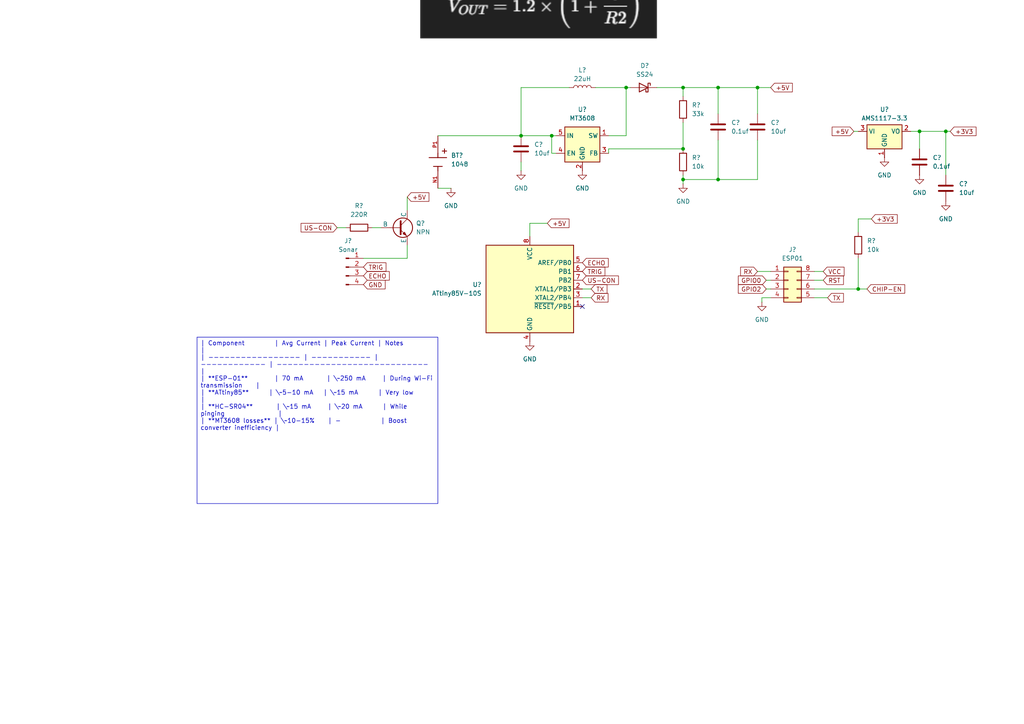
<source format=kicad_sch>
(kicad_sch (version 20231120) (generator "eeschema") (generator_version "8.0")
  (paper "A4")
  (lib_symbols
    (symbol "Connector:Conn_01x04_Pin" (pin_names (offset 1.016) hide)
      (property "Reference" "J" (at 0 5.08 0))
      (property "Value" "Conn_01x04_Pin" (at 0 -7.62 0))
      (symbol "Conn_01x04_Pin_1_1"
        (polyline (pts (xy 1.27 -5.08) (xy 0.8636 -5.08)) (stroke (width 0.1524)))
        (polyline (pts (xy 1.27 -2.54) (xy 0.8636 -2.54)) (stroke (width 0.1524)))
        (polyline (pts (xy 1.27 0) (xy 0.8636 0)) (stroke (width 0.1524)))
        (polyline (pts (xy 1.27 2.54) (xy 0.8636 2.54)) (stroke (width 0.1524)))
        (rectangle (start 0.8636 -4.953) (end 0 -5.207) (stroke (width 0.1524)) (fill (type outline)))
        (rectangle (start 0.8636 -2.413) (end 0 -2.667) (stroke (width 0.1524)) (fill (type outline)))
        (rectangle (start 0.8636 0.127) (end 0 -0.127) (stroke (width 0.1524)) (fill (type outline)))
        (rectangle (start 0.8636 2.667) (end 0 2.413) (stroke (width 0.1524)) (fill (type outline)))
        (pin passive line (at 5.08 2.54 180) (length 3.81) (name "Pin_1") (number "1"))
        (pin passive line (at 5.08 0 180) (length 3.81) (name "Pin_2") (number "2"))
        (pin passive line (at 5.08 -2.54 180) (length 3.81) (name "Pin_3") (number "3"))
        (pin passive line (at 5.08 -5.08 180) (length 3.81) (name "Pin_4") (number "4"))
      )
    )
    (symbol "Connector_Generic:Conn_02x04_Counter_Clockwise" (pin_names (offset 1.016) hide)
      (property "Reference" "J" (at 1.27 5.08 0))
      (property "Value" "Conn_02x04_Counter_Clockwise" (at 1.27 -7.62 0))
      (symbol "Conn_02x04_Counter_Clockwise_1_1"
        (rectangle (start -1.27 -4.953) (end 0 -5.207) (stroke (width 0.1524)))
        (rectangle (start -1.27 -2.413) (end 0 -2.667) (stroke (width 0.1524)))
        (rectangle (start -1.27 0.127) (end 0 -0.127) (stroke (width 0.1524)))
        (rectangle (start -1.27 2.667) (end 0 2.413) (stroke (width 0.1524)))
        (rectangle (start -1.27 3.81) (end 3.81 -6.35) (stroke (width 0.254)) (fill (type background)))
        (rectangle (start 3.81 -4.953) (end 2.54 -5.207) (stroke (width 0.1524)))
        (rectangle (start 3.81 -2.413) (end 2.54 -2.667) (stroke (width 0.1524)))
        (rectangle (start 3.81 0.127) (end 2.54 -0.127) (stroke (width 0.1524)))
        (rectangle (start 3.81 2.667) (end 2.54 2.413) (stroke (width 0.1524)))
        (pin passive line (at -5.08 2.54 0) (length 3.81) (name "Pin_1") (number "1"))
        (pin passive line (at -5.08 0 0) (length 3.81) (name "Pin_2") (number "2"))
        (pin passive line (at -5.08 -2.54 0) (length 3.81) (name "Pin_3") (number "3"))
        (pin passive line (at -5.08 -5.08 0) (length 3.81) (name "Pin_4") (number "4"))
        (pin passive line (at 7.62 -5.08 180) (length 3.81) (name "Pin_5") (number "5"))
        (pin passive line (at 7.62 -2.54 180) (length 3.81) (name "Pin_6") (number "6"))
        (pin passive line (at 7.62 0 180) (length 3.81) (name "Pin_7") (number "7"))
        (pin passive line (at 7.62 2.54 180) (length 3.81) (name "Pin_8") (number "8"))
      )
    )
    (symbol "Device:C" (pin_numbers hide) (pin_names (offset 0.254))
      (property "Reference" "C" (at 0.635 2.54 0))
      (property "Value" "C" (at 0.635 -2.54 0))
      (symbol "C_0_1"
        (polyline (pts (xy -2.032 -0.762) (xy 2.032 -0.762)) (stroke (width 0.508)))
        (polyline (pts (xy -2.032 0.762) (xy 2.032 0.762)) (stroke (width 0.508)))
      )
      (symbol "C_1_1"
        (pin passive line (at 0 3.81 270) (length 2.794) (name "~") (number "1"))
        (pin passive line (at 0 -3.81 90) (length 2.794) (name "~") (number "2"))
      )
    )
    (symbol "Device:L" (pin_numbers hide) (pin_names (offset 1.016) hide)
      (property "Reference" "L" (at -1.27 0 90))
      (property "Value" "L" (at 1.905 0 90))
      (symbol "L_0_1"
        (arc (start 0 -2.54) (mid 0.6323 -1.905) (end 0 -1.27))
        (arc (start 0 -1.27) (mid 0.6323 -0.635) (end 0 0))
        (arc (start 0 0) (mid 0.6323 0.635) (end 0 1.27))
        (arc (start 0 1.27) (mid 0.6323 1.905) (end 0 2.54))
      )
      (symbol "L_1_1"
        (pin passive line (at 0 3.81 270) (length 1.27) (name "1") (number "1"))
        (pin passive line (at 0 -3.81 90) (length 1.27) (name "2") (number "2"))
      )
    )
    (symbol "Device:R" (pin_numbers hide) (pin_names (offset 0))
      (property "Reference" "R" (at 2.032 0 90))
      (property "Value" "R" (at 0 0 90))
      (symbol "R_0_1"
        (rectangle (start -1.016 -2.54) (end 1.016 2.54) (stroke (width 0.254)))
      )
      (symbol "R_1_1"
        (pin passive line (at 0 3.81 270) (length 1.27) (name "~") (number "1"))
        (pin passive line (at 0 -3.81 90) (length 1.27) (name "~") (number "2"))
      )
    )
    (symbol "Diode:SS24" (pin_numbers hide) (pin_names (offset 1.016) hide)
      (property "Reference" "D" (at 0 2.54 0))
      (property "Value" "SS24" (at 0 -2.54 0))
      (symbol "SS24_0_1"
        (polyline (pts (xy 1.27 0) (xy -1.27 0)))
        (polyline (pts (xy 1.27 1.27) (xy 1.27 -1.27) (xy -1.27 0) (xy 1.27 1.27)) (stroke (width 0.254)))
        (polyline (pts (xy -1.905 0.635) (xy -1.905 1.27) (xy -1.27 1.27) (xy -1.27 -1.27) (xy -0.635 -1.27) (xy -0.635 -0.635)) (stroke (width 0.254)))
      )
      (symbol "SS24_1_1"
        (pin passive line (at -3.81 0 0) (length 2.54) (name "K") (number "1"))
        (pin passive line (at 3.81 0 180) (length 2.54) (name "A") (number "2"))
      )
    )
    (symbol "MCU_Microchip_ATtiny:ATtiny85V-10S"
      (property "Reference" "U" (at -12.7 13.97 0))
      (property "Value" "ATtiny85V-10S" (at 2.54 -13.97 0))
      (symbol "ATtiny85V-10S_0_1"
        (rectangle (start -12.7 -12.7) (end 12.7 12.7) (stroke (width 0.254)) (fill (type background)))
      )
      (symbol "ATtiny85V-10S_1_1"
        (pin bidirectional line (at 15.24 -5.08 180) (length 2.54) (name "~{RESET}/PB5") (number "1"))
        (pin bidirectional line (at 15.24 0 180) (length 2.54) (name "XTAL1/PB3") (number "2"))
        (pin bidirectional line (at 15.24 -2.54 180) (length 2.54) (name "XTAL2/PB4") (number "3"))
        (pin power_in line (at 0 -15.24 90) (length 2.54) (name "GND") (number "4"))
        (pin bidirectional line (at 15.24 7.62 180) (length 2.54) (name "AREF/PB0") (number "5"))
        (pin bidirectional line (at 15.24 5.08 180) (length 2.54) (name "PB1") (number "6"))
        (pin bidirectional line (at 15.24 2.54 180) (length 2.54) (name "PB2") (number "7"))
        (pin power_in line (at 0 15.24 270) (length 2.54) (name "VCC") (number "8"))
      )
    )
    (symbol "New_Library_0:1048" (pin_names (offset 1.016))
      (property "Reference" "BT?" (at 0 10.16 0))
      (property "Value" "1048" (at 0 7.62 0))
      (symbol "1048_0_0"
        (polyline (pts (xy -3.81 4.445) (xy -2.54 4.445)) (stroke (width 0.254)))
        (polyline (pts (xy -3.175 5.08) (xy -3.175 3.81)) (stroke (width 0.254)))
        (polyline (pts (xy -1.27 2.54) (xy -2.54 2.54)) (stroke (width 0.254)))
        (polyline (pts (xy -1.27 2.54) (xy -1.27 0)) (stroke (width 0.254)))
        (polyline (pts (xy -1.27 5.08) (xy -1.27 2.54)) (stroke (width 0.254)))
        (polyline (pts (xy 1.27 2.54) (xy 1.27 1.27)) (stroke (width 0.254)))
        (polyline (pts (xy 1.27 2.54) (xy 2.54 2.54)) (stroke (width 0.254)))
        (polyline (pts (xy 1.27 3.81) (xy 1.27 2.54)) (stroke (width 0.254)))
        (pin passive line (at 7.62 2.54 180) (length 5.08) (name "~") (number "N1"))
        (pin passive line (at -7.62 2.54 0) (length 5.08) (name "~") (number "P1"))
      )
    )
    (symbol "Regulator_Linear:AMS1117-3.3"
      (property "Reference" "U" (at -3.81 3.175 0))
      (property "Value" "AMS1117-3.3" (at 0 3.175 0))
      (symbol "AMS1117-3.3_0_1"
        (rectangle (start -5.08 -5.08) (end 5.08 1.905) (stroke (width 0.254)) (fill (type background)))
      )
      (symbol "AMS1117-3.3_1_1"
        (pin power_in line (at 0 -7.62 90) (length 2.54) (name "GND") (number "1"))
        (pin power_out line (at 7.62 0 180) (length 2.54) (name "VO") (number "2"))
        (pin power_in line (at -7.62 0 0) (length 2.54) (name "VI") (number "3"))
      )
    )
    (symbol "Regulator_Switching:MT3608"
      (property "Reference" "U" (at -2.54 8.89 0))
      (property "Value" "MT3608" (at -3.81 6.35 0))
      (symbol "MT3608_0_1"
        (rectangle (start -5.08 5.08) (end 5.08 -5.08) (stroke (width 0.254)) (fill (type background)))
      )
      (symbol "MT3608_1_1"
        (pin passive line (at 7.62 2.54 180) (length 2.54) (name "SW") (number "1"))
        (pin power_in line (at 0 -7.62 90) (length 2.54) (name "GND") (number "2"))
        (pin input line (at 7.62 -2.54 180) (length 2.54) (name "FB") (number "3"))
        (pin input line (at -7.62 -2.54 0) (length 2.54) (name "EN") (number "4"))
        (pin power_in line (at -7.62 2.54 0) (length 2.54) (name "IN") (number "5"))
        (pin no_connect line (at 5.08 0 180) (length 2.54) hide (name "NC") (number "6"))
      )
    )
    (symbol "Simulation_SPICE:NPN" (pin_numbers hide) (pin_names (offset 0))
      (property "Reference" "Q" (at -2.54 7.62 0))
      (property "Value" "NPN" (at -2.54 5.08 0))
      (symbol "NPN_0_1"
        (polyline (pts (xy -2.54 0) (xy 0.635 0)) (stroke (width 0.1524)))
        (polyline (pts (xy 0.635 0.635) (xy 2.54 2.54)))
        (polyline (pts (xy 2.794 -1.27) (xy 2.794 -1.27)) (stroke (width 0.1524)))
        (polyline (pts (xy 2.794 -1.27) (xy 2.794 -1.27)) (stroke (width 0.1524)))
        (polyline (pts (xy 0.635 -0.635) (xy 2.54 -2.54) (xy 2.54 -2.54)))
        (polyline (pts (xy 0.635 1.905) (xy 0.635 -1.905) (xy 0.635 -1.905)) (stroke (width 0.508)))
        (polyline (pts (xy 1.27 -1.778) (xy 1.778 -1.27) (xy 2.286 -2.286) (xy 1.27 -1.778) (xy 1.27 -1.778)) (fill (type outline)))
        (circle (center 1.27 0) (radius 2.8194) (stroke (width 0.254)))
      )
      (symbol "NPN_1_1"
        (pin open_collector line (at 2.54 5.08 270) (length 2.54) (name "C") (number "1"))
        (pin input line (at -5.08 0 0) (length 2.54) (name "B") (number "2"))
        (pin open_emitter line (at 2.54 -5.08 90) (length 2.54) (name "E") (number "3"))
      )
    )
    (symbol "power:GND" (power) (pin_numbers hide) (pin_names (offset 0) hide)
      (property "Value" "GND" (at 0 -3.81 0))
      (symbol "GND_0_1"
        (polyline (pts (xy 0 0) (xy 0 -1.27) (xy 1.27 -1.27) (xy 0 -2.54) (xy -1.27 -1.27) (xy 0 -1.27)))
      )
      (symbol "GND_1_1"
        (pin power_in line (at 0 0 270) (length 0) (name "~") (number "1"))
      )
    )
  )
  (junction (at 266.7 38.1))
  (junction (at 198.12 43.18))
  (junction (at 181.61 25.4))
  (junction (at 248.92 83.82))
  (junction (at 198.12 25.4))
  (junction (at 160.02 39.37))
  (junction (at 198.12 52.07))
  (junction (at 274.32 38.1))
  (junction (at 208.28 25.4))
  (junction (at 151.13 39.37))
  (junction (at 208.28 52.07))
  (junction (at 219.71 25.4))
  (no_connect (at 168.91 88.9))
  (wire (pts (xy 160.02 44.45) (xy 160.02 39.37)))
  (wire (pts (xy 266.7 43.18) (xy 266.7 38.1)))
  (wire (pts (xy 274.32 38.1) (xy 266.7 38.1)))
  (wire (pts (xy 208.28 25.4) (xy 219.71 25.4)))
  (wire (pts (xy 151.13 25.4) (xy 151.13 39.37)))
  (wire (pts (xy 247.65 38.1) (xy 248.92 38.1)))
  (wire (pts (xy 219.71 33.02) (xy 219.71 25.4)))
  (wire (pts (xy 165.1 25.4) (xy 151.13 25.4)))
  (wire (pts (xy 198.12 43.18) (xy 176.53 43.18)))
  (wire (pts (xy 251.46 83.82) (xy 248.92 83.82)))
  (wire (pts (xy 190.5 25.4) (xy 198.12 25.4)))
  (wire (pts (xy 172.72 25.4) (xy 181.61 25.4)))
  (wire (pts (xy 198.12 35.56) (xy 198.12 43.18)))
  (wire (pts (xy 176.53 43.18) (xy 176.53 44.45)))
  (wire (pts (xy 181.61 39.37) (xy 176.53 39.37)))
  (wire (pts (xy 240.03 86.36) (xy 236.22 86.36)))
  (wire (pts (xy 208.28 33.02) (xy 208.28 25.4)))
  (wire (pts (xy 266.7 38.1) (xy 264.16 38.1)))
  (wire (pts (xy 182.88 25.4) (xy 181.61 25.4)))
  (wire (pts (xy 100.33 66.04) (xy 97.79 66.04)))
  (wire (pts (xy 198.12 53.34) (xy 198.12 52.07)))
  (wire (pts (xy 153.67 64.77) (xy 153.67 68.58)))
  (wire (pts (xy 107.95 66.04) (xy 110.49 66.04)))
  (wire (pts (xy 127 39.37) (xy 151.13 39.37)))
  (wire (pts (xy 161.29 44.45) (xy 160.02 44.45)))
  (wire (pts (xy 198.12 25.4) (xy 198.12 27.94)))
  (wire (pts (xy 220.98 87.63) (xy 220.98 86.36)))
  (wire (pts (xy 248.92 74.93) (xy 248.92 83.82)))
  (wire (pts (xy 208.28 25.4) (xy 198.12 25.4)))
  (wire (pts (xy 151.13 49.53) (xy 151.13 46.99)))
  (wire (pts (xy 219.71 25.4) (xy 223.52 25.4)))
  (wire (pts (xy 275.59 38.1) (xy 274.32 38.1)))
  (wire (pts (xy 151.13 39.37) (xy 160.02 39.37)))
  (wire (pts (xy 118.11 71.12) (xy 118.11 74.93)))
  (wire (pts (xy 127 54.61) (xy 130.81 54.61)))
  (wire (pts (xy 118.11 57.15) (xy 118.11 60.96)))
  (wire (pts (xy 208.28 52.07) (xy 208.28 40.64)))
  (wire (pts (xy 219.71 78.74) (xy 223.52 78.74)))
  (wire (pts (xy 222.25 83.82) (xy 223.52 83.82)))
  (wire (pts (xy 168.91 86.36) (xy 171.45 86.36)))
  (wire (pts (xy 198.12 52.07) (xy 198.12 50.8)))
  (wire (pts (xy 168.91 83.82) (xy 171.45 83.82)))
  (wire (pts (xy 118.11 74.93) (xy 105.41 74.93)))
  (wire (pts (xy 248.92 63.5) (xy 248.92 67.31)))
  (wire (pts (xy 248.92 83.82) (xy 236.22 83.82)))
  (wire (pts (xy 181.61 25.4) (xy 181.61 39.37)))
  (wire (pts (xy 222.25 81.28) (xy 223.52 81.28)))
  (wire (pts (xy 238.76 81.28) (xy 236.22 81.28)))
  (wire (pts (xy 158.75 64.77) (xy 153.67 64.77)))
  (wire (pts (xy 252.73 63.5) (xy 248.92 63.5)))
  (wire (pts (xy 220.98 86.36) (xy 223.52 86.36)))
  (wire (pts (xy 236.22 78.74) (xy 238.76 78.74)))
  (wire (pts (xy 198.12 52.07) (xy 208.28 52.07)))
  (wire (pts (xy 274.32 50.8) (xy 274.32 38.1)))
  (wire (pts (xy 160.02 39.37) (xy 161.29 39.37)))
  (wire (pts (xy 219.71 40.64) (xy 219.71 52.07)))
  (wire (pts (xy 219.71 52.07) (xy 208.28 52.07)))
  (image (at 156.21 1.27))
  (text_box "| Component         | Avg Current | Peak Current | Notes                        |\n| ----------------- | ----------- | ------------ | ---------------------------- |\n| **ESP-01**        | 70 mA       | \\~250 mA     | During Wi-Fi transmission    |\n| **ATtiny85**      | \\~5-10 mA   | \\~15 mA      | Very low                     |\n| **HC-SR04**       | \\~15 mA     | \\~20 mA      | While pinging                |\n| **MT3608 losses** | \\~10-15%    | -            | Boost converter inefficiency |\n\n" (at 57.15 97.79 0) (size 69.85 48.26) (fill (type color)) (effects (font (size 1.27 1.27)) (justify left top)))
  (global_label "RX" (shape input) (at 219.71 78.74 180) (property "Intersheetrefs" "${INTERSHEET_REFS}" (effects (hide yes))))
  (global_label "+5V" (shape input) (at 223.52 25.4 0) (property "Intersheetrefs" "${INTERSHEET_REFS}" (effects (hide yes))))
  (global_label "GPIO0" (shape input) (at 222.25 81.28 180) (property "Intersheetrefs" "${INTERSHEET_REFS}" (effects (hide yes))))
  (global_label "+5V" (shape input) (at 158.75 64.77 0) (property "Intersheetrefs" "${INTERSHEET_REFS}" (effects (hide yes))))
  (global_label "US-CON" (shape input) (at 97.79 66.04 180) (property "Intersheetrefs" "${INTERSHEET_REFS}" (effects (hide yes))))
  (global_label "RST" (shape input) (at 238.76 81.28 0) (property "Intersheetrefs" "${INTERSHEET_REFS}" (effects (hide yes))))
  (global_label "TRIG" (shape input) (at 168.91 78.74 0) (property "Intersheetrefs" "${INTERSHEET_REFS}" (effects (hide yes))))
  (global_label "ECHO" (shape input) (at 168.91 76.2 0) (property "Intersheetrefs" "${INTERSHEET_REFS}" (effects (hide yes))))
  (global_label "RX" (shape input) (at 171.45 86.36 0) (property "Intersheetrefs" "${INTERSHEET_REFS}" (effects (hide yes))))
  (global_label "GPIO2" (shape input) (at 222.25 83.82 180) (property "Intersheetrefs" "${INTERSHEET_REFS}" (effects (hide yes))))
  (global_label "+5V" (shape input) (at 247.65 38.1 180) (property "Intersheetrefs" "${INTERSHEET_REFS}" (effects (hide yes))))
  (global_label "ECHO" (shape input) (at 105.41 80.01 0) (property "Intersheetrefs" "${INTERSHEET_REFS}" (effects (hide yes))))
  (global_label "TRIG" (shape input) (at 105.41 77.47 0) (property "Intersheetrefs" "${INTERSHEET_REFS}" (effects (hide yes))))
  (global_label "VCC" (shape input) (at 238.76 78.74 0) (property "Intersheetrefs" "${INTERSHEET_REFS}" (effects (hide yes))))
  (global_label "TX" (shape input) (at 171.45 83.82 0) (property "Intersheetrefs" "${INTERSHEET_REFS}" (effects (hide yes))))
  (global_label "+3V3" (shape input) (at 275.59 38.1 0) (property "Intersheetrefs" "${INTERSHEET_REFS}" (effects (hide yes))))
  (global_label "US-CON" (shape input) (at 168.91 81.28 0) (property "Intersheetrefs" "${INTERSHEET_REFS}" (effects (hide yes))))
  (global_label "+3V3" (shape input) (at 252.73 63.5 0) (property "Intersheetrefs" "${INTERSHEET_REFS}" (effects (hide yes))))
  (global_label "CHIP-EN" (shape input) (at 251.46 83.82 0) (property "Intersheetrefs" "${INTERSHEET_REFS}" (effects (hide yes))))
  (global_label "+5V" (shape input) (at 118.11 57.15 0) (property "Intersheetrefs" "${INTERSHEET_REFS}" (effects (hide yes))))
  (global_label "TX" (shape input) (at 240.03 86.36 0) (property "Intersheetrefs" "${INTERSHEET_REFS}" (effects (hide yes))))
  (global_label "GND" (shape input) (at 105.41 82.55 0) (property "Intersheetrefs" "${INTERSHEET_REFS}" (effects (hide yes))))
  (symbol (lib_id "Device:R") (at 198.12 46.99 0) (unit 1)
    (property "Reference" "R?" (at 200.66 45.7199 0) (effects (justify left)))
    (property "Value" "10k" (at 200.66 48.2599 0) (effects (justify left)))
    (property "Description" "Resistor" (effects (hide yes)))
  )
  (symbol (lib_id "power:GND") (at 153.67 99.06 0) (unit 1)
    (property "Reference" "#PWR01" (effects (hide yes)))
    (property "Value" "GND" (at 153.67 104.14 0))
    (property "Description" "Power symbol creates a global label with name \"GND\" , ground" (effects (hide yes)))
  )
  (symbol (lib_id "power:GND") (at 256.54 45.72 0) (unit 1)
    (property "Reference" "#PWR07" (effects (hide yes)))
    (property "Value" "GND" (at 256.54 50.8 0))
    (property "Description" "Power symbol creates a global label with name \"GND\" , ground" (effects (hide yes)))
  )
  (symbol (lib_id "Device:R") (at 104.14 66.04 90) (unit 1)
    (property "Reference" "R?" (at 104.14 59.69 90))
    (property "Value" "220R" (at 104.14 62.23 90))
    (property "Description" "Resistor" (effects (hide yes)))
  )
  (symbol (lib_id "power:GND") (at 151.13 49.53 0) (unit 1)
    (property "Reference" "#PWR04" (effects (hide yes)))
    (property "Value" "GND" (at 151.13 54.61 0))
    (property "Description" "Power symbol creates a global label with name \"GND\" , ground" (effects (hide yes)))
  )
  (symbol (lib_id "Connector_Generic:Conn_02x04_Counter_Clockwise") (at 228.6 81.28 0) (unit 1)
    (property "Reference" "J?" (at 229.87 72.39 0))
    (property "Value" "ESP01" (at 229.87 74.93 0))
    (property "Footprint" "Connector_IDC:IDC-Header_2x04_P2.54mm_Vertical" (effects (hide yes)))
    (property "Description" "Generic connector, double row, 02x04, counter clockwise pin numbering scheme (similar to DIP package numbering), script generated (kicad-library-utils/schlib/autogen/connector/)" (effects (hide yes)))
  )
  (symbol (lib_id "Regulator_Switching:MT3608") (at 168.91 41.91 0) (unit 1)
    (property "Reference" "U?" (at 168.91 31.75 0))
    (property "Value" "MT3608" (at 168.91 34.29 0))
    (property "Footprint" "Package_TO_SOT_SMD:SOT-23-6" (effects (hide yes)))
    (property "Datasheet" "https://www.olimex.com/Products/Breadboarding/BB-PWR-3608/resources/MT3608.pdf" (effects (hide yes)))
    (property "Description" "High Efficiency 1.2MHz 2A Step Up Converter, 2-24V Vin, 28V Vout, 4A current limit, 1.2MHz, SOT23-6" (effects (hide yes)))
  )
  (symbol (lib_id "Device:C") (at 151.13 43.18 0) (unit 1)
    (property "Reference" "C?" (at 154.94 41.9099 0) (effects (justify left)))
    (property "Value" "10uf" (at 154.94 44.4499 0) (effects (justify left)))
    (property "Description" "Unpolarized capacitor" (effects (hide yes)))
  )
  (symbol (lib_id "MCU_Microchip_ATtiny:ATtiny85V-10S") (at 153.67 83.82 0) (unit 1)
    (property "Reference" "U?" (at 139.7 82.5499 0) (effects (justify right)))
    (property "Value" "ATtiny85V-10S" (at 139.7 85.0899 0) (effects (justify right)))
    (property "Footprint" "Package_SO:SOIC-8W_5.3x5.3mm_P1.27mm" (effects (hide yes)))
    (property "Datasheet" "http://ww1.microchip.com/downloads/en/DeviceDoc/atmel-2586-avr-8-bit-microcontroller-attiny25-attiny45-attiny85_datasheet.pdf" (effects (hide yes)))
    (property "Description" "10MHz, 8kB Flash, 512B SRAM, 512B EEPROM, debugWIRE, SOIC-8W" (effects (hide yes)))
  )
  (symbol (lib_id "power:GND") (at 198.12 53.34 0) (unit 1)
    (property "Reference" "#PWR06" (effects (hide yes)))
    (property "Value" "GND" (at 198.12 58.42 0))
    (property "Description" "Power symbol creates a global label with name \"GND\" , ground" (effects (hide yes)))
  )
  (symbol (lib_id "Simulation_SPICE:NPN") (at 115.57 66.04 0) (unit 1)
    (property "Reference" "Q?" (at 120.65 64.7699 0) (effects (justify left)))
    (property "Value" "NPN" (at 120.65 67.3099 0) (effects (justify left)))
    (property "Datasheet" "https://ngspice.sourceforge.io/docs/ngspice-html-manual/manual.xhtml#cha_BJTs" (effects (hide yes)))
    (property "Description" "Bipolar transistor symbol for simulation only, substrate tied to the emitter" (effects (hide yes)))
    (property "Sim.Device" "NPN" (effects (hide yes)))
    (property "Sim.Type" "GUMMELPOON" (effects (hide yes)))
    (property "Sim.Pins" "1=C 2=B 3=E" (effects (hide yes)))
  )
  (symbol (lib_id "power:GND") (at 220.98 87.63 0) (unit 1)
    (property "Reference" "#PWR02" (effects (hide yes)))
    (property "Value" "GND" (at 220.98 92.71 0))
    (property "Description" "Power symbol creates a global label with name \"GND\" , ground" (effects (hide yes)))
  )
  (symbol (lib_id "Device:C") (at 266.7 46.99 0) (unit 1)
    (property "Reference" "C?" (at 270.51 45.7199 0) (effects (justify left)))
    (property "Value" "0.1uf" (at 270.51 48.2599 0) (effects (justify left)))
    (property "Description" "Unpolarized capacitor" (effects (hide yes)))
  )
  (symbol (lib_id "Diode:SS24") (at 186.69 25.4 0) (mirror y) (unit 1)
    (property "Reference" "D?" (at 187.0075 19.05 0))
    (property "Value" "SS24" (at 187.0075 21.59 0))
    (property "Footprint" "Diode_SMD:D_SMA" (effects (hide yes)))
    (property "Datasheet" "https://www.vishay.com/docs/88748/ss22.pdf" (effects (hide yes)))
    (property "Description" "40V 2A Schottky Diode, SMA" (effects (hide yes)))
  )
  (symbol (lib_id "Connector:Conn_01x04_Pin") (at 100.33 77.47 0) (unit 1)
    (property "Reference" "J?" (at 100.965 69.85 0))
    (property "Value" "Sonar" (at 100.965 72.39 0))
    (property "Description" "Generic connector, single row, 01x04, script generated" (effects (hide yes)))
  )
  (symbol (lib_id "power:GND") (at 266.7 50.8 0) (unit 1)
    (property "Reference" "#PWR08" (effects (hide yes)))
    (property "Value" "GND" (at 266.7 55.88 0))
    (property "Description" "Power symbol creates a global label with name \"GND\" , ground" (effects (hide yes)))
  )
  (symbol (lib_id "Device:R") (at 198.12 31.75 0) (unit 1)
    (property "Reference" "R?" (at 200.66 30.4799 0) (effects (justify left)))
    (property "Value" "33k" (at 200.66 33.0199 0) (effects (justify left)))
    (property "Description" "Resistor" (effects (hide yes)))
  )
  (symbol (lib_id "Device:C") (at 208.28 36.83 0) (unit 1)
    (property "Reference" "C?" (at 212.09 35.5599 0) (effects (justify left)))
    (property "Value" "0.1uf" (at 212.09 38.0999 0) (effects (justify left)))
    (property "Description" "Unpolarized capacitor" (effects (hide yes)))
  )
  (symbol (lib_id "New_Library_0:1048") (at 124.46 46.99 270) (unit 1)
    (property "Reference" "BT?" (at 130.81 45.0849 90) (effects (justify left)))
    (property "Value" "1048" (at 130.81 47.6249 90) (effects (justify left)))
    (property "Footprint" "Library:BAT_1042P" (effects (hide yes)))
    (property "MF" "Keystone Electronics" (effects (hide yes)))
    (property "MAXIMUM_PACKAGE_HEIGHT" "14.85mm" (effects (hide yes)))
    (property "Package" "None" (effects (hide yes)))
    (property "Price" "None" (effects (hide yes)))
    (property "Check_prices" "https://www.snapeda.com/parts/1048/Keystone/view-part/?ref=eda" (effects (hide yes)))
    (property "STANDARD" "Manufacturer Recommendations" (effects (hide yes)))
    (property "PARTREV" "A" (effects (hide yes)))
    (property "SnapEDA_Link" "https://www.snapeda.com/parts/1048/Keystone/view-part/?ref=snap" (effects (hide yes)))
    (property "MP" "1048" (effects (hide yes)))
    (property "Description_1" "\n                        \n                            Battery Holder (Open) 18650 2 Cell SMD (SMT) Tab\n                        \n" (effects (hide yes)))
    (property "SNAPEDA_PN" "1048P" (effects (hide yes)))
    (property "Availability" "In Stock" (effects (hide yes)))
    (property "MANUFACTURER" "Keystone" (effects (hide yes)))
  )
  (symbol (lib_id "power:GND") (at 168.91 49.53 0) (unit 1)
    (property "Reference" "#PWR05" (effects (hide yes)))
    (property "Value" "GND" (at 168.91 54.61 0))
    (property "Description" "Power symbol creates a global label with name \"GND\" , ground" (effects (hide yes)))
  )
  (symbol (lib_id "Device:R") (at 248.92 71.12 0) (unit 1)
    (property "Reference" "R?" (at 251.46 69.8499 0) (effects (justify left)))
    (property "Value" "10k" (at 251.46 72.3899 0) (effects (justify left)))
    (property "Description" "Resistor" (effects (hide yes)))
  )
  (symbol (lib_id "Regulator_Linear:AMS1117-3.3") (at 256.54 38.1 0) (unit 1)
    (property "Reference" "U?" (at 256.54 31.75 0))
    (property "Value" "AMS1117-3.3" (at 256.54 34.29 0))
    (property "Footprint" "Package_TO_SOT_SMD:SOT-223-3_TabPin2" (effects (hide yes)))
    (property "Datasheet" "http://www.advanced-monolithic.com/pdf/ds1117.pdf" (effects (hide yes)))
    (property "Description" "1A Low Dropout regulator, positive, 3.3V fixed output, SOT-223" (effects (hide yes)))
  )
  (symbol (lib_id "power:GND") (at 274.32 58.42 0) (unit 1)
    (property "Reference" "#PWR09" (effects (hide yes)))
    (property "Value" "GND" (at 274.32 63.5 0))
    (property "Description" "Power symbol creates a global label with name \"GND\" , ground" (effects (hide yes)))
  )
  (symbol (lib_id "power:GND") (at 130.81 54.61 0) (unit 1)
    (property "Reference" "#PWR03" (effects (hide yes)))
    (property "Value" "GND" (at 130.81 59.69 0))
    (property "Description" "Power symbol creates a global label with name \"GND\" , ground" (effects (hide yes)))
  )
  (symbol (lib_id "Device:C") (at 274.32 54.61 0) (unit 1)
    (property "Reference" "C?" (at 278.13 53.3399 0) (effects (justify left)))
    (property "Value" "10uf" (at 278.13 55.8799 0) (effects (justify left)))
    (property "Description" "Unpolarized capacitor" (effects (hide yes)))
  )
  (symbol (lib_id "Device:C") (at 219.71 36.83 0) (unit 1)
    (property "Reference" "C?" (at 223.52 35.5599 0) (effects (justify left)))
    (property "Value" "10uf" (at 223.52 38.0999 0) (effects (justify left)))
    (property "Description" "Unpolarized capacitor" (effects (hide yes)))
  )
  (symbol (lib_id "Device:L") (at 168.91 25.4 90) (unit 1)
    (property "Reference" "L?" (at 168.91 20.32 90))
    (property "Value" "22uH" (at 168.91 22.86 90))
    (property "Description" "Inductor" (effects (hide yes)))
  )
)
</source>
